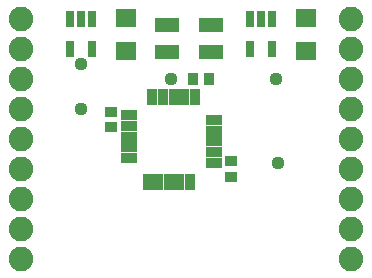
<source format=gts>
G75*
G70*
%OFA0B0*%
%FSLAX24Y24*%
%IPPOS*%
%LPD*%
%AMOC8*
5,1,8,0,0,1.08239X$1,22.5*
%
%ADD10R,0.0434X0.0356*%
%ADD11R,0.0356X0.0434*%
%ADD12R,0.0297X0.0552*%
%ADD13R,0.0828X0.0513*%
%ADD14R,0.0710X0.0631*%
%ADD15R,0.0330X0.0580*%
%ADD16R,0.0580X0.0330*%
%ADD17C,0.0820*%
%ADD18C,0.0440*%
D10*
X004494Y005576D03*
X004494Y006087D03*
X008494Y004437D03*
X008494Y003926D03*
D11*
X007750Y007181D03*
X007238Y007181D03*
D12*
X009120Y008170D03*
X009868Y008170D03*
X009868Y009193D03*
X009494Y009193D03*
X009120Y009193D03*
X003868Y009193D03*
X003494Y009193D03*
X003120Y009193D03*
X003120Y008170D03*
X003868Y008170D03*
D13*
X006366Y008079D03*
X006366Y008984D03*
X007822Y008984D03*
X007822Y008079D03*
D14*
X004994Y008130D03*
X004994Y009233D03*
X010994Y009233D03*
X010994Y008130D03*
D15*
X007281Y006599D03*
X006927Y006599D03*
X006573Y006599D03*
X006218Y006599D03*
X005864Y006599D03*
X005706Y003764D03*
X006061Y003764D03*
X006415Y003764D03*
X006769Y003764D03*
X007124Y003764D03*
D16*
X007911Y004394D03*
X007911Y004748D03*
X007911Y005103D03*
X007911Y005457D03*
X007911Y005811D03*
X005077Y005969D03*
X005077Y005614D03*
X005077Y005260D03*
X005077Y004906D03*
X005077Y004551D03*
D17*
X001494Y001181D03*
X001494Y002181D03*
X001494Y003181D03*
X001494Y004181D03*
X001494Y005181D03*
X001494Y006181D03*
X001494Y007181D03*
X001494Y008181D03*
X001494Y009181D03*
X012494Y009181D03*
X012494Y008181D03*
X012494Y007181D03*
X012494Y006181D03*
X012494Y005181D03*
X012494Y004181D03*
X012494Y003181D03*
X012494Y002181D03*
X012494Y001181D03*
D18*
X010044Y004381D03*
X009994Y007181D03*
X006494Y007181D03*
X003494Y007681D03*
X003494Y006181D03*
M02*

</source>
